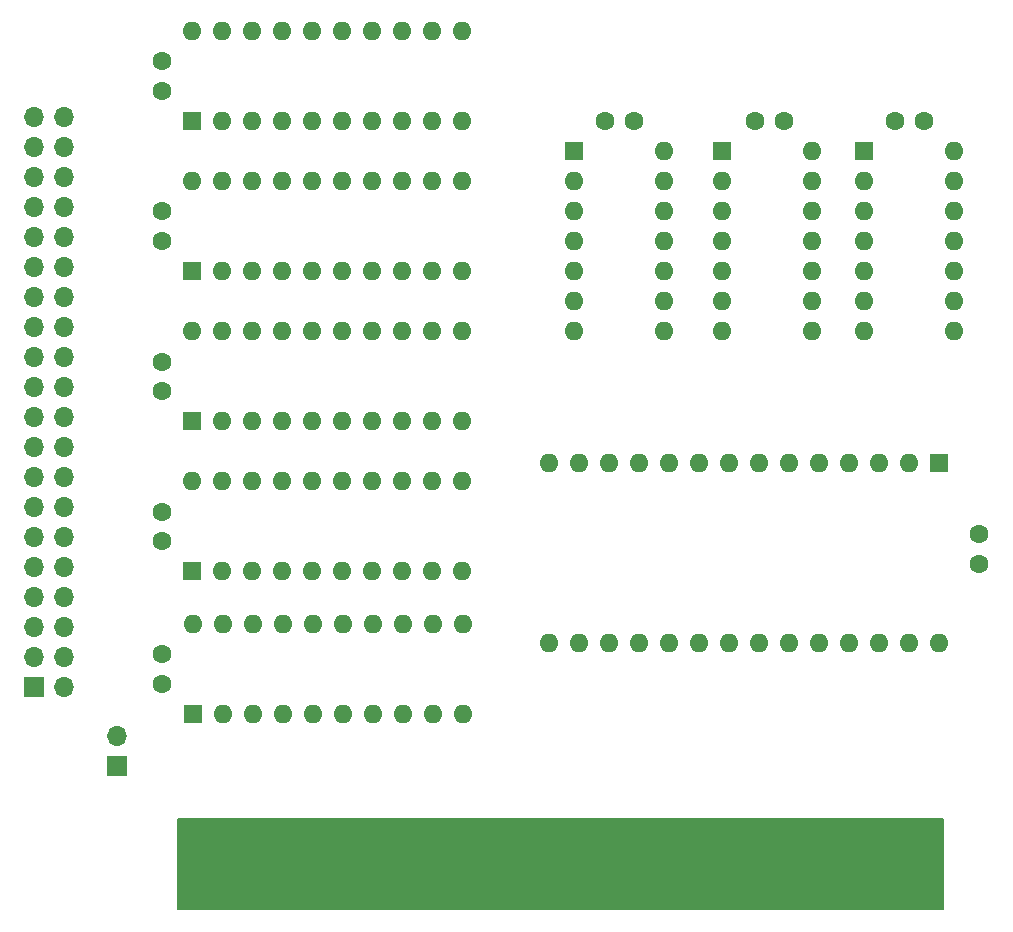
<source format=gbr>
G04 #@! TF.GenerationSoftware,KiCad,Pcbnew,(6.0.2-0)*
G04 #@! TF.CreationDate,2022-02-20T11:19:09-05:00*
G04 #@! TF.ProjectId,Apple2IORPi,4170706c-6532-4494-9f52-50692e6b6963,0.6*
G04 #@! TF.SameCoordinates,Original*
G04 #@! TF.FileFunction,Soldermask,Top*
G04 #@! TF.FilePolarity,Negative*
%FSLAX46Y46*%
G04 Gerber Fmt 4.6, Leading zero omitted, Abs format (unit mm)*
G04 Created by KiCad (PCBNEW (6.0.2-0)) date 2022-02-20 11:19:09*
%MOMM*%
%LPD*%
G01*
G04 APERTURE LIST*
G04 Aperture macros list*
%AMRoundRect*
0 Rectangle with rounded corners*
0 $1 Rounding radius*
0 $2 $3 $4 $5 $6 $7 $8 $9 X,Y pos of 4 corners*
0 Add a 4 corners polygon primitive as box body*
4,1,4,$2,$3,$4,$5,$6,$7,$8,$9,$2,$3,0*
0 Add four circle primitives for the rounded corners*
1,1,$1+$1,$2,$3*
1,1,$1+$1,$4,$5*
1,1,$1+$1,$6,$7*
1,1,$1+$1,$8,$9*
0 Add four rect primitives between the rounded corners*
20,1,$1+$1,$2,$3,$4,$5,0*
20,1,$1+$1,$4,$5,$6,$7,0*
20,1,$1+$1,$6,$7,$8,$9,0*
20,1,$1+$1,$8,$9,$2,$3,0*%
G04 Aperture macros list end*
%ADD10C,0.150000*%
%ADD11RoundRect,0.317500X-0.317500X-3.365500X0.317500X-3.365500X0.317500X3.365500X-0.317500X3.365500X0*%
%ADD12R,1.700000X1.700000*%
%ADD13O,1.700000X1.700000*%
%ADD14R,1.600000X1.600000*%
%ADD15O,1.600000X1.600000*%
%ADD16C,1.600000*%
G04 APERTURE END LIST*
D10*
X187400001Y-119380000D02*
X187400001Y-111760000D01*
X187400001Y-111760000D02*
X122630001Y-111760000D01*
X122630001Y-111760000D02*
X122630001Y-119380000D01*
X122630001Y-119380000D02*
X187400001Y-119380000D01*
G36*
X187400001Y-119380000D02*
G01*
X122630001Y-119380000D01*
X122630001Y-111760000D01*
X187400001Y-111760000D01*
X187400001Y-119380000D01*
G37*
X187400001Y-119380000D02*
X122630001Y-119380000D01*
X122630001Y-111760000D01*
X187400001Y-111760000D01*
X187400001Y-119380000D01*
D11*
X124535001Y-115443000D03*
X127075001Y-115443000D03*
X129615001Y-115443000D03*
X132155001Y-115443000D03*
X134695001Y-115443000D03*
X137235001Y-115443000D03*
X139775001Y-115443000D03*
X142315001Y-115443000D03*
X144855001Y-115443000D03*
X147395001Y-115443000D03*
X149935001Y-115443000D03*
X152475001Y-115443000D03*
X155015001Y-115443000D03*
X157555001Y-115443000D03*
X160095001Y-115443000D03*
X162635001Y-115443000D03*
X165175001Y-115443000D03*
X167715001Y-115443000D03*
X170255001Y-115443000D03*
X172795001Y-115443000D03*
X175335001Y-115443000D03*
X177875001Y-115443000D03*
X180415001Y-115443000D03*
X182955001Y-115443000D03*
X185495001Y-115443000D03*
D12*
X110490000Y-100584000D03*
D13*
X113030000Y-100584000D03*
X110490000Y-98044000D03*
X113030000Y-98044000D03*
X110490000Y-95504000D03*
X113030000Y-95504000D03*
X110490000Y-92964000D03*
X113030000Y-92964000D03*
X110490000Y-90424000D03*
X113030000Y-90424000D03*
X110490000Y-87884000D03*
X113030000Y-87884000D03*
X110490000Y-85344000D03*
X113030000Y-85344000D03*
X110490000Y-82804000D03*
X113030000Y-82804000D03*
X110490000Y-80264000D03*
X113030000Y-80264000D03*
X110490000Y-77724000D03*
X113030000Y-77724000D03*
X110490000Y-75184000D03*
X113030000Y-75184000D03*
X110490000Y-72644000D03*
X113030000Y-72644000D03*
X110490000Y-70104000D03*
X113030000Y-70104000D03*
X110490000Y-67564000D03*
X113030000Y-67564000D03*
X110490000Y-65024000D03*
X113030000Y-65024000D03*
X110490000Y-62484000D03*
X113030000Y-62484000D03*
X110490000Y-59944000D03*
X113030000Y-59944000D03*
X110490000Y-57404000D03*
X113030000Y-57404000D03*
X110490000Y-54864000D03*
X113030000Y-54864000D03*
X110490000Y-52324000D03*
X113030000Y-52324000D03*
D14*
X123952000Y-102870000D03*
D15*
X126492000Y-102870000D03*
X129032000Y-102870000D03*
X131572000Y-102870000D03*
X134112000Y-102870000D03*
X136652000Y-102870000D03*
X139192000Y-102870000D03*
X141732000Y-102870000D03*
X144272000Y-102870000D03*
X146812000Y-102870000D03*
X146812000Y-95250000D03*
X144272000Y-95250000D03*
X141732000Y-95250000D03*
X139192000Y-95250000D03*
X136652000Y-95250000D03*
X134112000Y-95250000D03*
X131572000Y-95250000D03*
X129032000Y-95250000D03*
X126492000Y-95250000D03*
X123952000Y-95250000D03*
D14*
X180771800Y-55245000D03*
D15*
X180771800Y-57785000D03*
X180771800Y-60325000D03*
X180771800Y-62865000D03*
X180771800Y-65405000D03*
X180771800Y-67945000D03*
X180771800Y-70485000D03*
X188391800Y-70485000D03*
X188391800Y-67945000D03*
X188391800Y-65405000D03*
X188391800Y-62865000D03*
X188391800Y-60325000D03*
X188391800Y-57785000D03*
X188391800Y-55245000D03*
D14*
X156210000Y-55245000D03*
D15*
X156210000Y-57785000D03*
X156210000Y-60325000D03*
X156210000Y-62865000D03*
X156210000Y-65405000D03*
X156210000Y-67945000D03*
X156210000Y-70485000D03*
X163830000Y-70485000D03*
X163830000Y-67945000D03*
X163830000Y-65405000D03*
X163830000Y-62865000D03*
X163830000Y-60325000D03*
X163830000Y-57785000D03*
X163830000Y-55245000D03*
D14*
X123825000Y-90805000D03*
D15*
X126365000Y-90805000D03*
X128905000Y-90805000D03*
X131445000Y-90805000D03*
X133985000Y-90805000D03*
X136525000Y-90805000D03*
X139065000Y-90805000D03*
X141605000Y-90805000D03*
X144145000Y-90805000D03*
X146685000Y-90805000D03*
X146685000Y-83185000D03*
X144145000Y-83185000D03*
X141605000Y-83185000D03*
X139065000Y-83185000D03*
X136525000Y-83185000D03*
X133985000Y-83185000D03*
X131445000Y-83185000D03*
X128905000Y-83185000D03*
X126365000Y-83185000D03*
X123825000Y-83185000D03*
D14*
X123825000Y-78105000D03*
D15*
X126365000Y-78105000D03*
X128905000Y-78105000D03*
X131445000Y-78105000D03*
X133985000Y-78105000D03*
X136525000Y-78105000D03*
X139065000Y-78105000D03*
X141605000Y-78105000D03*
X144145000Y-78105000D03*
X146685000Y-78105000D03*
X146685000Y-70485000D03*
X144145000Y-70485000D03*
X141605000Y-70485000D03*
X139065000Y-70485000D03*
X136525000Y-70485000D03*
X133985000Y-70485000D03*
X131445000Y-70485000D03*
X128905000Y-70485000D03*
X126365000Y-70485000D03*
X123825000Y-70485000D03*
D14*
X187101925Y-81586962D03*
D15*
X184561925Y-81586962D03*
X182021925Y-81586962D03*
X179481925Y-81586962D03*
X176941925Y-81586962D03*
X174401925Y-81586962D03*
X171861925Y-81586962D03*
X169321925Y-81586962D03*
X166781925Y-81586962D03*
X164241925Y-81586962D03*
X161701925Y-81586962D03*
X159161925Y-81586962D03*
X156621925Y-81586962D03*
X154081925Y-81586962D03*
X154081925Y-96826962D03*
X156621925Y-96826962D03*
X159161925Y-96826962D03*
X161701925Y-96826962D03*
X164241925Y-96826962D03*
X166781925Y-96826962D03*
X169321925Y-96826962D03*
X171861925Y-96826962D03*
X174401925Y-96826962D03*
X176941925Y-96826962D03*
X179481925Y-96826962D03*
X182021925Y-96826962D03*
X184561925Y-96826962D03*
X187101925Y-96826962D03*
D14*
X123825000Y-65405000D03*
D15*
X126365000Y-65405000D03*
X128905000Y-65405000D03*
X131445000Y-65405000D03*
X133985000Y-65405000D03*
X136525000Y-65405000D03*
X139065000Y-65405000D03*
X141605000Y-65405000D03*
X144145000Y-65405000D03*
X146685000Y-65405000D03*
X146685000Y-57785000D03*
X144145000Y-57785000D03*
X141605000Y-57785000D03*
X139065000Y-57785000D03*
X136525000Y-57785000D03*
X133985000Y-57785000D03*
X131445000Y-57785000D03*
X128905000Y-57785000D03*
X126365000Y-57785000D03*
X123825000Y-57785000D03*
D14*
X123825000Y-52705000D03*
D15*
X126365000Y-52705000D03*
X128905000Y-52705000D03*
X131445000Y-52705000D03*
X133985000Y-52705000D03*
X136525000Y-52705000D03*
X139065000Y-52705000D03*
X141605000Y-52705000D03*
X144145000Y-52705000D03*
X146685000Y-52705000D03*
X146685000Y-45085000D03*
X144145000Y-45085000D03*
X141605000Y-45085000D03*
X139065000Y-45085000D03*
X136525000Y-45085000D03*
X133985000Y-45085000D03*
X131445000Y-45085000D03*
X128905000Y-45085000D03*
X126365000Y-45085000D03*
X123825000Y-45085000D03*
D16*
X121285000Y-97830000D03*
X121285000Y-100330000D03*
X190500000Y-90170000D03*
X190500000Y-87670000D03*
X185851800Y-52705000D03*
X183351800Y-52705000D03*
X161290000Y-52705000D03*
X158790000Y-52705000D03*
X121285000Y-85765000D03*
X121285000Y-88265000D03*
X121285000Y-73065000D03*
X121285000Y-75565000D03*
X121285000Y-47625000D03*
X121285000Y-50125000D03*
X121285000Y-60325000D03*
X121285000Y-62825000D03*
X173990000Y-52705000D03*
X171490000Y-52705000D03*
D14*
X168706800Y-55168800D03*
D15*
X168706800Y-57708800D03*
X168706800Y-60248800D03*
X168706800Y-62788800D03*
X168706800Y-65328800D03*
X168706800Y-67868800D03*
X168706800Y-70408800D03*
X176326800Y-70408800D03*
X176326800Y-67868800D03*
X176326800Y-65328800D03*
X176326800Y-62788800D03*
X176326800Y-60248800D03*
X176326800Y-57708800D03*
X176326800Y-55168800D03*
D12*
X117500400Y-107238800D03*
D13*
X117500400Y-104698800D03*
M02*

</source>
